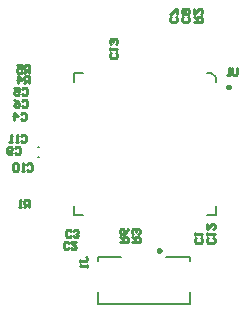
<source format=gbo>
%FSTAX25Y25*%
%MOIN*%
%SFA1B1*%

%IPPOS*%
%ADD11C,0.009840*%
%ADD12C,0.007870*%
%ADD14C,0.010000*%
%LNdigit-1*%
%LPD*%
G54D11*
X0077953Y0079528D02*
D01*
X0077951Y0079562*
X0077948Y0079596*
X0077942Y007963*
X0077933Y0079663*
X0077923Y0079696*
X007791Y0079728*
X0077895Y0079758*
X0077878Y0079788*
X0077859Y0079817*
X0077837Y0079844*
X0077814Y0079869*
X007779Y0079893*
X0077763Y0079915*
X0077736Y0079935*
X0077707Y0079954*
X0077676Y007997*
X0077645Y0079984*
X0077613Y0079995*
X007758Y0080005*
X0077546Y0080012*
X0077512Y0080017*
X0077478Y0080019*
X0077443*
X0077409Y0080017*
X0077375Y0080012*
X0077341Y0080005*
X0077308Y0079995*
X0077276Y0079984*
X0077245Y007997*
X0077215Y0079954*
X0077185Y0079935*
X0077158Y0079915*
X0077131Y0079893*
X0077107Y0079869*
X0077084Y0079844*
X0077062Y0079817*
X0077043Y0079788*
X0077026Y0079758*
X0077011Y0079728*
X0076998Y0079696*
X0076988Y0079663*
X0076979Y007963*
X0076973Y0079596*
X007697Y0079562*
X0076969Y0079528*
X007697Y0079493*
X0076973Y0079459*
X0076979Y0079425*
X0076988Y0079392*
X0076998Y0079359*
X0077011Y0079327*
X0077026Y0079297*
X0077043Y0079267*
X0077062Y0079238*
X0077084Y0079211*
X0077107Y0079186*
X0077131Y0079162*
X0077158Y007914*
X0077185Y007912*
X0077215Y0079101*
X0077245Y0079085*
X0077276Y0079071*
X0077308Y007906*
X0077341Y007905*
X0077375Y0079043*
X0077409Y0079038*
X0077443Y0079036*
X0077478*
X0077512Y0079038*
X0077546Y0079043*
X007758Y007905*
X0077613Y007906*
X0077645Y0079071*
X0077676Y0079085*
X0077707Y0079101*
X0077736Y007912*
X0077763Y007914*
X007779Y0079162*
X0077814Y0079186*
X0077837Y0079211*
X0077859Y0079238*
X0077878Y0079267*
X0077895Y0079297*
X007791Y0079327*
X0077923Y0079359*
X0077933Y0079392*
X0077942Y0079425*
X0077948Y0079459*
X0077951Y0079493*
X0077953Y0079528*
X0054823Y002498D02*
D01*
X0054821Y0025014*
X0054818Y0025048*
X0054812Y0025082*
X0054803Y0025115*
X0054793Y0025148*
X005478Y002518*
X0054765Y002521*
X0054748Y002524*
X0054729Y0025269*
X0054707Y0025296*
X0054684Y0025321*
X005466Y0025345*
X0054633Y0025367*
X0054606Y0025387*
X0054577Y0025406*
X0054546Y0025422*
X0054515Y0025436*
X0054483Y0025447*
X005445Y0025457*
X0054416Y0025464*
X0054382Y0025469*
X0054348Y0025471*
X0054313*
X0054279Y0025469*
X0054245Y0025464*
X0054211Y0025457*
X0054178Y0025447*
X0054146Y0025436*
X0054115Y0025422*
X0054085Y0025406*
X0054055Y0025387*
X0054028Y0025367*
X0054001Y0025345*
X0053977Y0025321*
X0053954Y0025296*
X0053932Y0025269*
X0053913Y002524*
X0053896Y002521*
X0053881Y002518*
X0053868Y0025148*
X0053858Y0025115*
X0053849Y0025082*
X0053843Y0025048*
X005384Y0025014*
X0053839Y002498*
X005384Y0024945*
X0053843Y0024911*
X0053849Y0024877*
X0053858Y0024844*
X0053868Y0024811*
X0053881Y0024779*
X0053896Y0024749*
X0053913Y0024719*
X0053932Y002469*
X0053954Y0024663*
X0053977Y0024638*
X0054001Y0024614*
X0054028Y0024592*
X0054055Y0024572*
X0054085Y0024553*
X0054115Y0024537*
X0054146Y0024523*
X0054178Y0024512*
X0054211Y0024502*
X0054245Y0024495*
X0054279Y002449*
X0054313Y0024488*
X0054348*
X0054382Y002449*
X0054416Y0024495*
X005445Y0024502*
X0054483Y0024512*
X0054515Y0024523*
X0054546Y0024537*
X0054577Y0024553*
X0054606Y0024572*
X0054633Y0024592*
X005466Y0024614*
X0054684Y0024638*
X0054707Y0024663*
X0054729Y002469*
X0054748Y0024719*
X0054765Y0024749*
X005478Y0024779*
X0054793Y0024811*
X0054803Y0024844*
X0054812Y0024877*
X0054818Y0024911*
X0054821Y0024945*
X0054823Y002498*
G54D12*
X0073228Y0081299D02*
Y0082776D01*
X0071752Y0084252D02*
X0073228Y0082776D01*
X0070276Y0084252D02*
X0071752D01*
X0073228Y0037008D02*
Y0039961D01*
X0070276Y0037008D02*
X0073228D01*
X0025984D02*
X0028937D01*
X0025984D02*
Y0039961D01*
Y0081299D02*
Y0084252D01*
X0028937*
X0064567Y0007067D02*
Y0011138D01*
X0033858Y0007067D02*
Y0011138D01*
Y0022815D02*
X0041732D01*
X0033858Y0021579D02*
Y0022815D01*
X0056693D02*
X0064567D01*
Y0021579D02*
Y0022815D01*
X0033858Y0007067D02*
X0064567D01*
X001378Y0056299D02*
X0014173D01*
X001378Y0059449D02*
X0014173D01*
G54D14*
X00804Y0085964D02*
Y0083881D01*
X0079984Y0083465*
X007915*
X0078734Y0083881*
Y0085964*
X0077901Y0083465D02*
X0077068D01*
X0077484*
Y0085964*
X0077901Y0085547*
X0041339Y0027953D02*
X0043838D01*
Y0029202*
X0043421Y0029619*
X0042588*
X0042172Y0029202*
Y0027953*
Y0028786D02*
X0041339Y0029619D01*
X0043838Y0032118D02*
X0043421Y0031285D01*
X0042588Y0030452*
X0041755*
X0041339Y0030869*
Y0031701*
X0041755Y0032118*
X0042172*
X0042588Y0031701*
Y0030452*
X0011024Y0084252D02*
Y0086751D01*
X0009774*
X0009358Y0086335*
Y0085502*
X0009774Y0085085*
X0011024*
X0010191D02*
X0009358Y0084252D01*
X0006858Y0086751D02*
X0008524D01*
Y0085502*
X0007691Y0085918*
X0007275*
X0006858Y0085502*
Y0084668*
X0007275Y0084252*
X0008108*
X0008524Y0084668*
X0011024Y0080709D02*
Y0083208D01*
X0009774*
X0009358Y0082791*
Y0081958*
X0009774Y0081542*
X0011024*
X0010191D02*
X0009358Y0080709D01*
X0007275D02*
Y0083208D01*
X0008524Y0081958*
X0006858*
X0045276Y0027953D02*
X0047775D01*
Y0029202*
X0047358Y0029619*
X0046525*
X0046109Y0029202*
Y0027953*
Y0028786D02*
X0045276Y0029619D01*
X0047358Y0030452D02*
X0047775Y0030869D01*
Y0031701*
X0047358Y0032118*
X0046942*
X0046525Y0031701*
Y0031285*
Y0031701*
X0046109Y0032118*
X0045692*
X0045276Y0031701*
Y0030869*
X0045692Y0030452*
X0066043Y0101279D02*
X0068542D01*
Y0102529*
X0068126Y0102946*
X0067293*
X0066876Y0102529*
Y0101279*
Y0102113D02*
X0066043Y0102946D01*
Y0105445D02*
Y0103779D01*
X0067709Y0105445*
X0068126*
X0068542Y0105028*
Y0104195*
X0068126Y0103779*
X00108Y003937D02*
Y0041869D01*
X000955*
X0009134Y0041453*
Y004062*
X000955Y0040203*
X00108*
X0009967D02*
X0009134Y003937D01*
X0008301D02*
X0007468D01*
X0007884*
Y0041869*
X0008301Y0041453*
X0027816Y0021149D02*
Y0021982D01*
Y0021565*
X0029898*
X0030315Y0021982*
Y0022398*
X0029898Y0022815*
X0030315Y0020316D02*
Y0019483D01*
Y0019899*
X0027816*
X0028232Y0020316*
X0039878Y0090938D02*
X0040295Y0090521D01*
Y0089688*
X0039878Y0089272*
X0038212*
X0037795Y0089688*
Y0090521*
X0038212Y0090938*
X0037795Y0091771D02*
Y0092604D01*
Y0092187*
X0040295*
X0039878Y0091771*
Y0093853D02*
X0040295Y009427D01*
Y0095103*
X0039878Y009552*
X0039461*
X0039045Y0095103*
Y0094687*
Y0095103*
X0038628Y009552*
X0038212*
X0037795Y0095103*
Y009427*
X0038212Y0093853*
X0072358Y0029225D02*
X0072775Y0028809D01*
Y0027976*
X0072358Y0027559*
X0070692*
X0070276Y0027976*
Y0028809*
X0070692Y0029225*
X0070276Y0030058D02*
Y0030891D01*
Y0030475*
X0072775*
X0072358Y0030058*
X0070276Y0033807D02*
Y0032141D01*
X0071942Y0033807*
X0072358*
X0072775Y0033391*
Y0032557*
X0072358Y0032141*
X0008176Y0063106D02*
X0008593Y0063523D01*
X0009426*
X0009843Y0063106*
Y006144*
X0009426Y0061024*
X0008593*
X0008176Y006144*
X0007343Y0061024D02*
X000651D01*
X0006927*
Y0063523*
X0007343Y0063106*
X0005261Y0061024D02*
X0004428D01*
X0004844*
Y0063523*
X0005261Y0063106*
X0010145Y0053658D02*
X0010561Y0054074D01*
X0011394*
X0011811Y0053658*
Y0051991*
X0011394Y0051575*
X0010561*
X0010145Y0051991*
X0009312Y0051575D02*
X0008479D01*
X0008895*
Y0054074*
X0009312Y0053658*
X0007229D02*
X0006813Y0054074D01*
X000598*
X0005563Y0053658*
Y0051991*
X000598Y0051575*
X0006813*
X0007229Y0051991*
Y0053658*
X0006208Y0059169D02*
X0006624Y0059586D01*
X0007457*
X0007874Y0059169*
Y0057503*
X0007457Y0057087*
X0006624*
X0006208Y0057503*
X0005375D02*
X0004958Y0057087D01*
X0004125*
X0003709Y0057503*
Y0059169*
X0004125Y0059586*
X0004958*
X0005375Y0059169*
Y0058753*
X0004958Y0058336*
X0003709*
X0063916Y0102946D02*
X0064333Y0102529D01*
Y0101696*
X0063916Y0101279*
X006225*
X0061834Y0101696*
Y0102529*
X006225Y0102946*
X0063916Y0103779D02*
X0064333Y0104195D01*
Y0105028*
X0063916Y0105445*
X00635*
X0063083Y0105028*
X0062667Y0105445*
X006225*
X0061834Y0105028*
Y0104195*
X006225Y0103779*
X0062667*
X0063083Y0104195*
X00635Y0103779*
X0063916*
X0063083Y0104195D02*
Y0105028D01*
X0059976Y0102946D02*
X0060393Y0102529D01*
Y0101696*
X0059976Y0101279*
X005831*
X0057894Y0101696*
Y0102529*
X005831Y0102946*
X0060393Y0103779D02*
Y0105445D01*
X0059976*
X005831Y0103779*
X0057894*
X000857Y0074917D02*
X0008987Y0075334D01*
X000982*
X0010236Y0074917*
Y0073251*
X000982Y0072835*
X0008987*
X000857Y0073251*
X0006071Y0075334D02*
X0006904Y0074917D01*
X0007737Y0074084*
Y0073251*
X0007321Y0072835*
X0006487*
X0006071Y0073251*
Y0073668*
X0006487Y0074084*
X0007737*
X000857Y0078854D02*
X0008987Y0079271D01*
X000982*
X0010236Y0078854*
Y0077188*
X000982Y0076772*
X0008987*
X000857Y0077188*
X0006071Y0079271D02*
X0007737D01*
Y0078021*
X0006904Y0078438*
X0006487*
X0006071Y0078021*
Y0077188*
X0006487Y0076772*
X0007321*
X0007737Y0077188*
X0008176Y0070583D02*
X0008593Y0070999D01*
X0009426*
X0009843Y0070583*
Y0068916*
X0009426Y00685*
X0008593*
X0008176Y0068916*
X0006094Y00685D02*
Y0070999D01*
X0007343Y006975*
X0005677*
X0024894Y0029807D02*
X0024478Y0029391D01*
X0023645*
X0023228Y0029807*
Y0031473*
X0023645Y003189*
X0024478*
X0024894Y0031473*
X0025727Y0029807D02*
X0026144Y0029391D01*
X0026977*
X0027394Y0029807*
Y0030224*
X0026977Y003064*
X0026561*
X0026977*
X0027394Y0031057*
Y0031473*
X0026977Y003189*
X0026144*
X0025727Y0031473*
X0024107Y002587D02*
X002369Y0025454D01*
X0022858*
X0022441Y002587*
Y0027536*
X0022858Y0027953*
X002369*
X0024107Y0027536*
X0026606Y0027953D02*
X002494D01*
X0026606Y0026287*
Y002587*
X002619Y0025454*
X0025357*
X002494Y002587*
X0068224Y0029225D02*
X0068641Y0028809D01*
Y0027976*
X0068224Y0027559*
X0066558*
X0066142Y0027976*
Y0028809*
X0066558Y0029225*
X0066142Y0030058D02*
Y0030891D01*
Y0030475*
X0068641*
X0068224Y0030058*
M02*
</source>
